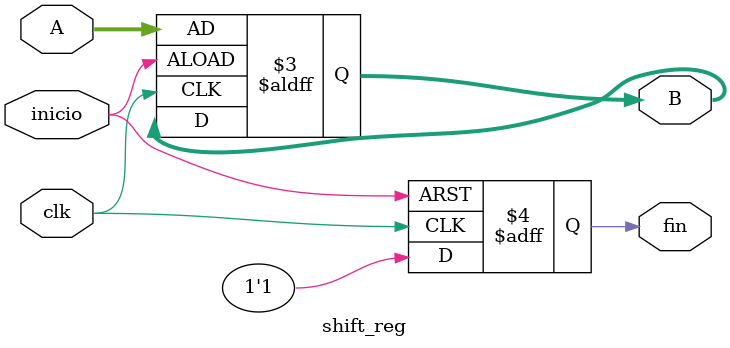
<source format=v>
`timescale 1ns / 1ps

module shift_reg#(  
    parameter N=64)(
    input clk,
    input inicio,
    input [(N-1):0] A,
    output reg [(N-1):0] B,
    output reg fin);
        
    initial
    begin
        fin=1'b1;
    end
    
    always @( negedge clk or negedge inicio )
    begin
        if(inicio)
        begin
            fin=1'b1;
        end
        else
        begin
             B<=A;
             fin=1'b0;
        end
    end
endmodule

</source>
